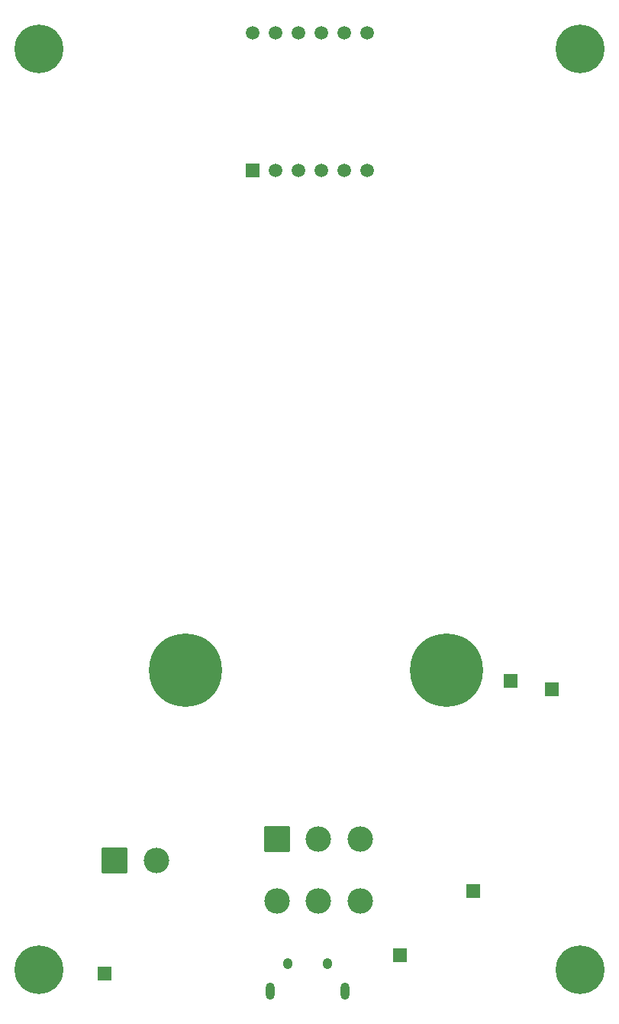
<source format=gbr>
%TF.GenerationSoftware,KiCad,Pcbnew,7.0.9-7.0.9~ubuntu22.04.1*%
%TF.CreationDate,2024-01-21T01:01:47-07:00*%
%TF.ProjectId,Multimeter,4d756c74-696d-4657-9465-722e6b696361,rev?*%
%TF.SameCoordinates,Original*%
%TF.FileFunction,Soldermask,Bot*%
%TF.FilePolarity,Negative*%
%FSLAX46Y46*%
G04 Gerber Fmt 4.6, Leading zero omitted, Abs format (unit mm)*
G04 Created by KiCad (PCBNEW 7.0.9-7.0.9~ubuntu22.04.1) date 2024-01-21 01:01:47*
%MOMM*%
%LPD*%
G01*
G04 APERTURE LIST*
G04 Aperture macros list*
%AMRoundRect*
0 Rectangle with rounded corners*
0 $1 Rounding radius*
0 $2 $3 $4 $5 $6 $7 $8 $9 X,Y pos of 4 corners*
0 Add a 4 corners polygon primitive as box body*
4,1,4,$2,$3,$4,$5,$6,$7,$8,$9,$2,$3,0*
0 Add four circle primitives for the rounded corners*
1,1,$1+$1,$2,$3*
1,1,$1+$1,$4,$5*
1,1,$1+$1,$6,$7*
1,1,$1+$1,$8,$9*
0 Add four rect primitives between the rounded corners*
20,1,$1+$1,$2,$3,$4,$5,0*
20,1,$1+$1,$4,$5,$6,$7,0*
20,1,$1+$1,$6,$7,$8,$9,0*
20,1,$1+$1,$8,$9,$2,$3,0*%
G04 Aperture macros list end*
%ADD10R,1.500000X1.500000*%
%ADD11C,8.104000*%
%ADD12C,0.800000*%
%ADD13C,5.400000*%
%ADD14O,1.000000X1.900000*%
%ADD15O,1.050000X1.250000*%
%ADD16RoundRect,0.102000X-1.312500X-1.312500X1.312500X-1.312500X1.312500X1.312500X-1.312500X1.312500X0*%
%ADD17C,2.829000*%
%ADD18C,1.500000*%
G04 APERTURE END LIST*
D10*
%TO.C,TP5*%
X152000000Y-139400000D03*
%TD*%
D11*
%TO.C,J4*%
X157200000Y-107887500D03*
%TD*%
D12*
%TO.C,H4*%
X169975000Y-141000000D03*
X170568109Y-139568109D03*
X170568109Y-142431891D03*
X172000000Y-138975000D03*
D13*
X172000000Y-141000000D03*
D12*
X172000000Y-143025000D03*
X173431891Y-139568109D03*
X173431891Y-142431891D03*
X174025000Y-141000000D03*
%TD*%
D10*
%TO.C,TP1*%
X168900000Y-110000000D03*
%TD*%
D12*
%TO.C,H3*%
X109975000Y-141000000D03*
X110568109Y-139568109D03*
X110568109Y-142431891D03*
X112000000Y-138975000D03*
D13*
X112000000Y-141000000D03*
D12*
X112000000Y-143025000D03*
X113431891Y-139568109D03*
X113431891Y-142431891D03*
X114025000Y-141000000D03*
%TD*%
D14*
%TO.C,J1*%
X137625000Y-143400000D03*
D15*
X139575000Y-140400000D03*
X144025000Y-140400000D03*
D14*
X145975000Y-143400000D03*
%TD*%
D10*
%TO.C,TP2*%
X160200000Y-132300000D03*
%TD*%
%TO.C,TP3*%
X164300000Y-109000000D03*
%TD*%
D12*
%TO.C,H1*%
X109975000Y-39000000D03*
X110568109Y-37568109D03*
X110568109Y-40431891D03*
X112000000Y-36975000D03*
D13*
X112000000Y-39000000D03*
D12*
X112000000Y-41025000D03*
X113431891Y-37568109D03*
X113431891Y-40431891D03*
X114025000Y-39000000D03*
%TD*%
D10*
%TO.C,TP4*%
X119250000Y-141500000D03*
%TD*%
D16*
%TO.C,SW1*%
X120400000Y-128910000D03*
D17*
X125000000Y-128910000D03*
%TD*%
D12*
%TO.C,H2*%
X169975000Y-39000000D03*
X170568109Y-37568109D03*
X170568109Y-40431891D03*
X172000000Y-36975000D03*
D13*
X172000000Y-39000000D03*
D12*
X172000000Y-41025000D03*
X173431891Y-37568109D03*
X173431891Y-40431891D03*
X174025000Y-39000000D03*
%TD*%
D11*
%TO.C,J3*%
X128200000Y-107887500D03*
%TD*%
D10*
%TO.C,U4*%
X135650000Y-52477500D03*
D18*
X138190000Y-52477500D03*
X140730000Y-52477500D03*
X143270000Y-52477500D03*
X145810000Y-52477500D03*
X148350000Y-52477500D03*
X148350000Y-37237500D03*
X145810000Y-37237500D03*
X143270000Y-37237500D03*
X140730000Y-37237500D03*
X138190000Y-37237500D03*
X135650000Y-37237500D03*
%TD*%
D16*
%TO.C,SW3*%
X138400000Y-126545000D03*
D17*
X143000000Y-126545000D03*
X147600000Y-126545000D03*
X138400000Y-133455000D03*
X143000000Y-133455000D03*
X147600000Y-133455000D03*
%TD*%
M02*

</source>
